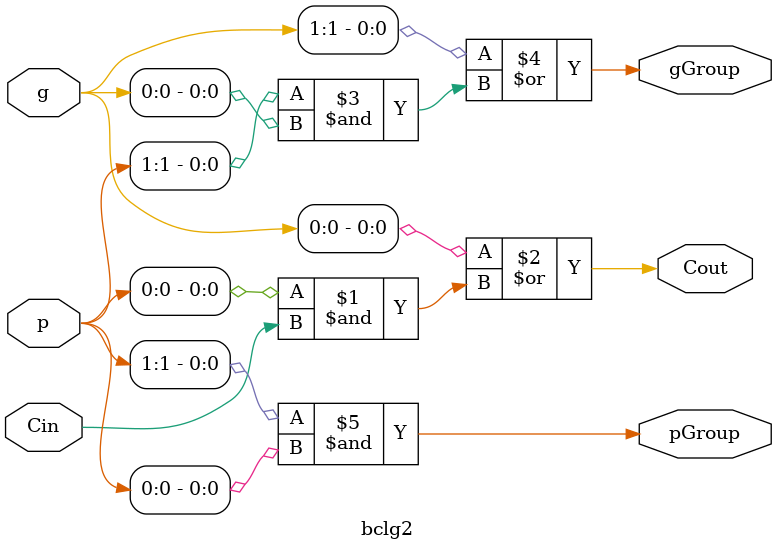
<source format=sv>
module bclg2 (input logic[1:0] g, p, input logic Cin, output logic Cout, output logic gGroup, pGroup);

    assign Cout = g[0] | ( p[0] & Cin );
    
    assign gGroup  = g[1] | ( p[1] & g[0] );
    assign pGroup  = p[1] & p[0];

endmodule
</source>
